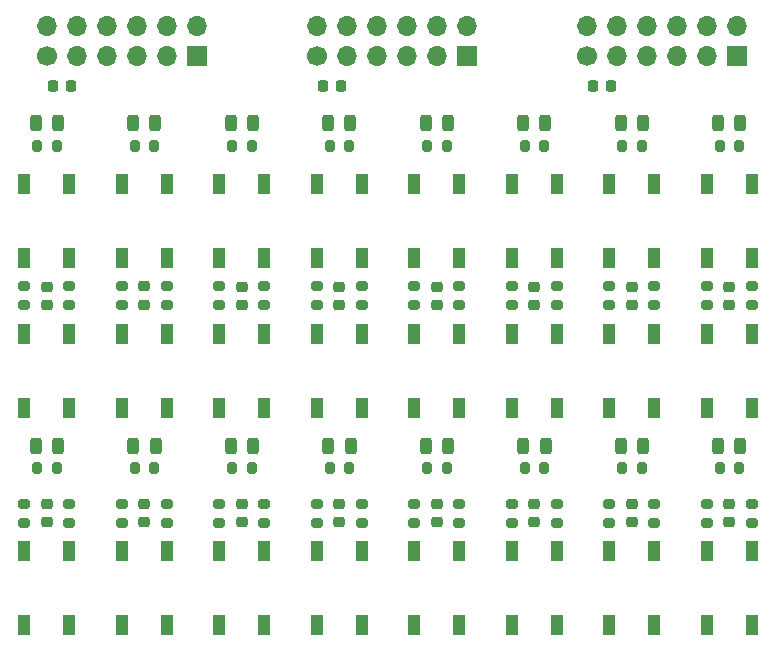
<source format=gbr>
%TF.GenerationSoftware,KiCad,Pcbnew,8.0.2*%
%TF.CreationDate,2024-06-16T13:33:32+02:00*%
%TF.ProjectId,pmod-factory,706d6f64-2d66-4616-9374-6f72792e6b69,rev?*%
%TF.SameCoordinates,Original*%
%TF.FileFunction,Soldermask,Top*%
%TF.FilePolarity,Negative*%
%FSLAX46Y46*%
G04 Gerber Fmt 4.6, Leading zero omitted, Abs format (unit mm)*
G04 Created by KiCad (PCBNEW 8.0.2) date 2024-06-16 13:33:32*
%MOMM*%
%LPD*%
G01*
G04 APERTURE LIST*
G04 Aperture macros list*
%AMRoundRect*
0 Rectangle with rounded corners*
0 $1 Rounding radius*
0 $2 $3 $4 $5 $6 $7 $8 $9 X,Y pos of 4 corners*
0 Add a 4 corners polygon primitive as box body*
4,1,4,$2,$3,$4,$5,$6,$7,$8,$9,$2,$3,0*
0 Add four circle primitives for the rounded corners*
1,1,$1+$1,$2,$3*
1,1,$1+$1,$4,$5*
1,1,$1+$1,$6,$7*
1,1,$1+$1,$8,$9*
0 Add four rect primitives between the rounded corners*
20,1,$1+$1,$2,$3,$4,$5,0*
20,1,$1+$1,$4,$5,$6,$7,0*
20,1,$1+$1,$6,$7,$8,$9,0*
20,1,$1+$1,$8,$9,$2,$3,0*%
G04 Aperture macros list end*
%ADD10R,1.000000X1.700000*%
%ADD11RoundRect,0.225000X-0.250000X0.225000X-0.250000X-0.225000X0.250000X-0.225000X0.250000X0.225000X0*%
%ADD12RoundRect,0.200000X-0.275000X0.200000X-0.275000X-0.200000X0.275000X-0.200000X0.275000X0.200000X0*%
%ADD13RoundRect,0.200000X0.200000X0.275000X-0.200000X0.275000X-0.200000X-0.275000X0.200000X-0.275000X0*%
%ADD14RoundRect,0.225000X0.225000X0.250000X-0.225000X0.250000X-0.225000X-0.250000X0.225000X-0.250000X0*%
%ADD15RoundRect,0.243750X0.243750X0.456250X-0.243750X0.456250X-0.243750X-0.456250X0.243750X-0.456250X0*%
%ADD16R,1.700000X1.700000*%
%ADD17O,1.700000X1.700000*%
%ADD18C,1.700000*%
G04 APERTURE END LIST*
D10*
%TO.C,SW13*%
X128900000Y-88315000D03*
X128900000Y-94615000D03*
X125100000Y-88315000D03*
X125100000Y-94615000D03*
%TD*%
%TO.C,SW24*%
X170175000Y-100990000D03*
X170175000Y-107290000D03*
X166375000Y-100990000D03*
X166375000Y-107290000D03*
%TD*%
D11*
%TO.C,C13*%
X127000000Y-97015000D03*
X127000000Y-98565000D03*
%TD*%
D10*
%TO.C,SW4*%
X137150000Y-119405000D03*
X137150000Y-125705000D03*
X133350000Y-119405000D03*
X133350000Y-125705000D03*
%TD*%
D12*
%TO.C,R1*%
X112395000Y-115380000D03*
X112395000Y-117030000D03*
%TD*%
D13*
%TO.C,R19*%
X127825000Y-112395000D03*
X126175000Y-112395000D03*
%TD*%
D12*
%TO.C,R26*%
X112395000Y-96965000D03*
X112395000Y-98615000D03*
%TD*%
D10*
%TO.C,SW23*%
X170175000Y-88315000D03*
X170175000Y-94615000D03*
X166375000Y-88315000D03*
X166375000Y-94615000D03*
%TD*%
D11*
%TO.C,C12*%
X118740000Y-96990000D03*
X118740000Y-98540000D03*
%TD*%
D10*
%TO.C,SW6*%
X153660000Y-119405000D03*
X153660000Y-125705000D03*
X149860000Y-119405000D03*
X149860000Y-125705000D03*
%TD*%
D12*
%TO.C,R2*%
X108585000Y-115380000D03*
X108585000Y-117030000D03*
%TD*%
D10*
%TO.C,SW21*%
X161920000Y-88315000D03*
X161920000Y-94615000D03*
X158120000Y-88315000D03*
X158120000Y-94615000D03*
%TD*%
D14*
%TO.C,C10*%
X158255000Y-80010000D03*
X156705000Y-80010000D03*
%TD*%
D15*
%TO.C,D14*%
X152702500Y-83185000D03*
X150827500Y-83185000D03*
%TD*%
%TO.C,D5*%
X144452500Y-110490000D03*
X142577500Y-110490000D03*
%TD*%
D11*
%TO.C,C14*%
X135255000Y-97015000D03*
X135255000Y-98565000D03*
%TD*%
D12*
%TO.C,R11*%
X153670000Y-115380000D03*
X153670000Y-117030000D03*
%TD*%
D16*
%TO.C,J2*%
X146050000Y-77470000D03*
D17*
X143510000Y-77470000D03*
X140970000Y-77470000D03*
X138430000Y-77470000D03*
X135890000Y-77470000D03*
D18*
X133350000Y-77470000D03*
D17*
X146050000Y-74930000D03*
X143510000Y-74930000D03*
X140970000Y-74930000D03*
X138430000Y-74930000D03*
X135890000Y-74930000D03*
X133350000Y-74930000D03*
%TD*%
D15*
%TO.C,D2*%
X119687500Y-110490000D03*
X117812500Y-110490000D03*
%TD*%
D12*
%TO.C,R48*%
X166370000Y-96965000D03*
X166370000Y-98615000D03*
%TD*%
%TO.C,R27*%
X108585000Y-96965000D03*
X108585000Y-98615000D03*
%TD*%
D10*
%TO.C,SW15*%
X137155000Y-88315000D03*
X137155000Y-94615000D03*
X133355000Y-88315000D03*
X133355000Y-94615000D03*
%TD*%
%TO.C,SW18*%
X145410000Y-100990000D03*
X145410000Y-107290000D03*
X141610000Y-100990000D03*
X141610000Y-107290000D03*
%TD*%
D15*
%TO.C,D11*%
X127937500Y-83185000D03*
X126062500Y-83185000D03*
%TD*%
D13*
%TO.C,R23*%
X160845000Y-112395000D03*
X159195000Y-112395000D03*
%TD*%
D12*
%TO.C,R29*%
X120645000Y-96940000D03*
X120645000Y-98590000D03*
%TD*%
%TO.C,R38*%
X145415000Y-96965000D03*
X145415000Y-98615000D03*
%TD*%
%TO.C,R12*%
X149860000Y-115380000D03*
X149860000Y-117030000D03*
%TD*%
D11*
%TO.C,C8*%
X168280000Y-115430000D03*
X168280000Y-116980000D03*
%TD*%
D10*
%TO.C,SW12*%
X120645000Y-100990000D03*
X120645000Y-107290000D03*
X116845000Y-100990000D03*
X116845000Y-107290000D03*
%TD*%
D13*
%TO.C,R43*%
X160845000Y-85090000D03*
X159195000Y-85090000D03*
%TD*%
D15*
%TO.C,D6*%
X152707500Y-110490000D03*
X150832500Y-110490000D03*
%TD*%
D12*
%TO.C,R5*%
X128905000Y-115380000D03*
X128905000Y-117030000D03*
%TD*%
D10*
%TO.C,SW19*%
X153665000Y-88315000D03*
X153665000Y-94615000D03*
X149865000Y-88315000D03*
X149865000Y-94615000D03*
%TD*%
D16*
%TO.C,J3*%
X168910000Y-77470000D03*
D17*
X166370000Y-77470000D03*
X163830000Y-77470000D03*
X161290000Y-77470000D03*
X158750000Y-77470000D03*
D18*
X156210000Y-77470000D03*
D17*
X168910000Y-74930000D03*
X166370000Y-74930000D03*
X163830000Y-74930000D03*
X161290000Y-74930000D03*
X158750000Y-74930000D03*
X156210000Y-74930000D03*
%TD*%
D14*
%TO.C,C9*%
X112535000Y-80010000D03*
X110985000Y-80010000D03*
%TD*%
D10*
%TO.C,SW10*%
X112390000Y-100990000D03*
X112390000Y-107290000D03*
X108590000Y-100990000D03*
X108590000Y-107290000D03*
%TD*%
D12*
%TO.C,R39*%
X141605000Y-96965000D03*
X141605000Y-98615000D03*
%TD*%
D13*
%TO.C,R20*%
X136080000Y-112395000D03*
X134430000Y-112395000D03*
%TD*%
D12*
%TO.C,R14*%
X158120000Y-115380000D03*
X158120000Y-117030000D03*
%TD*%
D10*
%TO.C,SW3*%
X128895000Y-119405000D03*
X128895000Y-125705000D03*
X125095000Y-119405000D03*
X125095000Y-125705000D03*
%TD*%
D14*
%TO.C,C19*%
X135395000Y-80010000D03*
X133845000Y-80010000D03*
%TD*%
D12*
%TO.C,R13*%
X161930000Y-115380000D03*
X161930000Y-117030000D03*
%TD*%
%TO.C,R9*%
X145415000Y-115380000D03*
X145415000Y-117030000D03*
%TD*%
%TO.C,R8*%
X133350000Y-115380000D03*
X133350000Y-117030000D03*
%TD*%
D15*
%TO.C,D8*%
X169212500Y-110490000D03*
X167337500Y-110490000D03*
%TD*%
%TO.C,D12*%
X136192500Y-83185000D03*
X134317500Y-83185000D03*
%TD*%
D10*
%TO.C,SW7*%
X161920000Y-119405000D03*
X161920000Y-125705000D03*
X158120000Y-119405000D03*
X158120000Y-125705000D03*
%TD*%
D11*
%TO.C,C11*%
X110490000Y-97015000D03*
X110490000Y-98565000D03*
%TD*%
D15*
%TO.C,D7*%
X160957500Y-110490000D03*
X159082500Y-110490000D03*
%TD*%
D13*
%TO.C,R28*%
X119570000Y-85090000D03*
X117920000Y-85090000D03*
%TD*%
%TO.C,R18*%
X119570000Y-112395000D03*
X117920000Y-112395000D03*
%TD*%
D10*
%TO.C,SW17*%
X145410000Y-88315000D03*
X145410000Y-94615000D03*
X141610000Y-88315000D03*
X141610000Y-94615000D03*
%TD*%
D11*
%TO.C,C16*%
X151765000Y-97015000D03*
X151765000Y-98565000D03*
%TD*%
%TO.C,C6*%
X151765000Y-115430000D03*
X151765000Y-116980000D03*
%TD*%
D13*
%TO.C,R21*%
X144335000Y-112395000D03*
X142685000Y-112395000D03*
%TD*%
D12*
%TO.C,R30*%
X116840000Y-96965000D03*
X116840000Y-98615000D03*
%TD*%
D11*
%TO.C,C17*%
X160020000Y-97015000D03*
X160020000Y-98565000D03*
%TD*%
D12*
%TO.C,R32*%
X128905000Y-96965000D03*
X128905000Y-98615000D03*
%TD*%
D11*
%TO.C,C1*%
X110490000Y-115430000D03*
X110490000Y-116980000D03*
%TD*%
D12*
%TO.C,R42*%
X149860000Y-96965000D03*
X149860000Y-98615000D03*
%TD*%
%TO.C,R33*%
X125095000Y-96965000D03*
X125095000Y-98615000D03*
%TD*%
D13*
%TO.C,R40*%
X152590000Y-85090000D03*
X150940000Y-85090000D03*
%TD*%
D11*
%TO.C,C7*%
X160025000Y-115430000D03*
X160025000Y-116980000D03*
%TD*%
D12*
%TO.C,R7*%
X137160000Y-115380000D03*
X137160000Y-117030000D03*
%TD*%
D13*
%TO.C,R37*%
X144335000Y-85090000D03*
X142685000Y-85090000D03*
%TD*%
D12*
%TO.C,R45*%
X158115000Y-96965000D03*
X158115000Y-98615000D03*
%TD*%
D15*
%TO.C,D16*%
X169212500Y-83185000D03*
X167337500Y-83185000D03*
%TD*%
D12*
%TO.C,R3*%
X120650000Y-115380000D03*
X120650000Y-117030000D03*
%TD*%
D15*
%TO.C,D3*%
X127942500Y-110490000D03*
X126067500Y-110490000D03*
%TD*%
D11*
%TO.C,C5*%
X143510000Y-115430000D03*
X143510000Y-116980000D03*
%TD*%
D12*
%TO.C,R6*%
X125095000Y-115380000D03*
X125095000Y-117030000D03*
%TD*%
%TO.C,R35*%
X137160000Y-96965000D03*
X137160000Y-98615000D03*
%TD*%
%TO.C,R10*%
X141605000Y-115380000D03*
X141605000Y-117030000D03*
%TD*%
D13*
%TO.C,R24*%
X169100000Y-112395000D03*
X167450000Y-112395000D03*
%TD*%
%TO.C,R22*%
X152590000Y-112395000D03*
X150940000Y-112395000D03*
%TD*%
D11*
%TO.C,C2*%
X118745000Y-115430000D03*
X118745000Y-116980000D03*
%TD*%
D10*
%TO.C,SW1*%
X112385000Y-119405000D03*
X112385000Y-125705000D03*
X108585000Y-119405000D03*
X108585000Y-125705000D03*
%TD*%
D15*
%TO.C,D9*%
X111427500Y-83185000D03*
X109552500Y-83185000D03*
%TD*%
D16*
%TO.C,J1*%
X123190000Y-77470000D03*
D17*
X120650000Y-77470000D03*
X118110000Y-77470000D03*
X115570000Y-77470000D03*
X113030000Y-77470000D03*
D18*
X110490000Y-77470000D03*
D17*
X123190000Y-74930000D03*
X120650000Y-74930000D03*
X118110000Y-74930000D03*
X115570000Y-74930000D03*
X113030000Y-74930000D03*
X110490000Y-74930000D03*
%TD*%
D15*
%TO.C,D10*%
X119682500Y-83185000D03*
X117807500Y-83185000D03*
%TD*%
%TO.C,D13*%
X144447500Y-83185000D03*
X142572500Y-83185000D03*
%TD*%
D13*
%TO.C,R34*%
X136080000Y-85090000D03*
X134430000Y-85090000D03*
%TD*%
D11*
%TO.C,C15*%
X143510000Y-97015000D03*
X143510000Y-98565000D03*
%TD*%
D10*
%TO.C,SW22*%
X161920000Y-100990000D03*
X161920000Y-107290000D03*
X158120000Y-100990000D03*
X158120000Y-107290000D03*
%TD*%
D12*
%TO.C,R44*%
X161925000Y-96965000D03*
X161925000Y-98615000D03*
%TD*%
D15*
%TO.C,D4*%
X136197500Y-110490000D03*
X134322500Y-110490000D03*
%TD*%
D11*
%TO.C,C4*%
X135255000Y-115430000D03*
X135255000Y-116980000D03*
%TD*%
%TO.C,C18*%
X168275000Y-97015000D03*
X168275000Y-98565000D03*
%TD*%
D10*
%TO.C,SW9*%
X112385000Y-88315000D03*
X112385000Y-94615000D03*
X108585000Y-88315000D03*
X108585000Y-94615000D03*
%TD*%
D13*
%TO.C,R31*%
X127825000Y-85090000D03*
X126175000Y-85090000D03*
%TD*%
D12*
%TO.C,R4*%
X116840000Y-115380000D03*
X116840000Y-117030000D03*
%TD*%
%TO.C,R15*%
X170185000Y-115380000D03*
X170185000Y-117030000D03*
%TD*%
D10*
%TO.C,SW11*%
X120645000Y-88315000D03*
X120645000Y-94615000D03*
X116845000Y-88315000D03*
X116845000Y-94615000D03*
%TD*%
D13*
%TO.C,R46*%
X169100000Y-85090000D03*
X167450000Y-85090000D03*
%TD*%
D11*
%TO.C,C3*%
X127000000Y-115430000D03*
X127000000Y-116980000D03*
%TD*%
D15*
%TO.C,D15*%
X160957500Y-83185000D03*
X159082500Y-83185000D03*
%TD*%
D10*
%TO.C,SW20*%
X153665000Y-100990000D03*
X153665000Y-107290000D03*
X149865000Y-100990000D03*
X149865000Y-107290000D03*
%TD*%
D12*
%TO.C,R47*%
X170180000Y-96965000D03*
X170180000Y-98615000D03*
%TD*%
D15*
%TO.C,D1*%
X111432500Y-110490000D03*
X109557500Y-110490000D03*
%TD*%
D10*
%TO.C,SW2*%
X120640000Y-119405000D03*
X120640000Y-125705000D03*
X116840000Y-119405000D03*
X116840000Y-125705000D03*
%TD*%
%TO.C,SW16*%
X137155000Y-100990000D03*
X137155000Y-107290000D03*
X133355000Y-100990000D03*
X133355000Y-107290000D03*
%TD*%
D13*
%TO.C,R17*%
X111315000Y-112395000D03*
X109665000Y-112395000D03*
%TD*%
D12*
%TO.C,R36*%
X133350000Y-96965000D03*
X133350000Y-98615000D03*
%TD*%
%TO.C,R16*%
X166375000Y-115380000D03*
X166375000Y-117030000D03*
%TD*%
D10*
%TO.C,SW8*%
X170175000Y-119405000D03*
X170175000Y-125705000D03*
X166375000Y-119405000D03*
X166375000Y-125705000D03*
%TD*%
%TO.C,SW5*%
X145405000Y-119405000D03*
X145405000Y-125705000D03*
X141605000Y-119405000D03*
X141605000Y-125705000D03*
%TD*%
%TO.C,SW14*%
X128900000Y-100990000D03*
X128900000Y-107290000D03*
X125100000Y-100990000D03*
X125100000Y-107290000D03*
%TD*%
D12*
%TO.C,R41*%
X153670000Y-96965000D03*
X153670000Y-98615000D03*
%TD*%
D13*
%TO.C,R25*%
X111315000Y-85090000D03*
X109665000Y-85090000D03*
%TD*%
M02*

</source>
